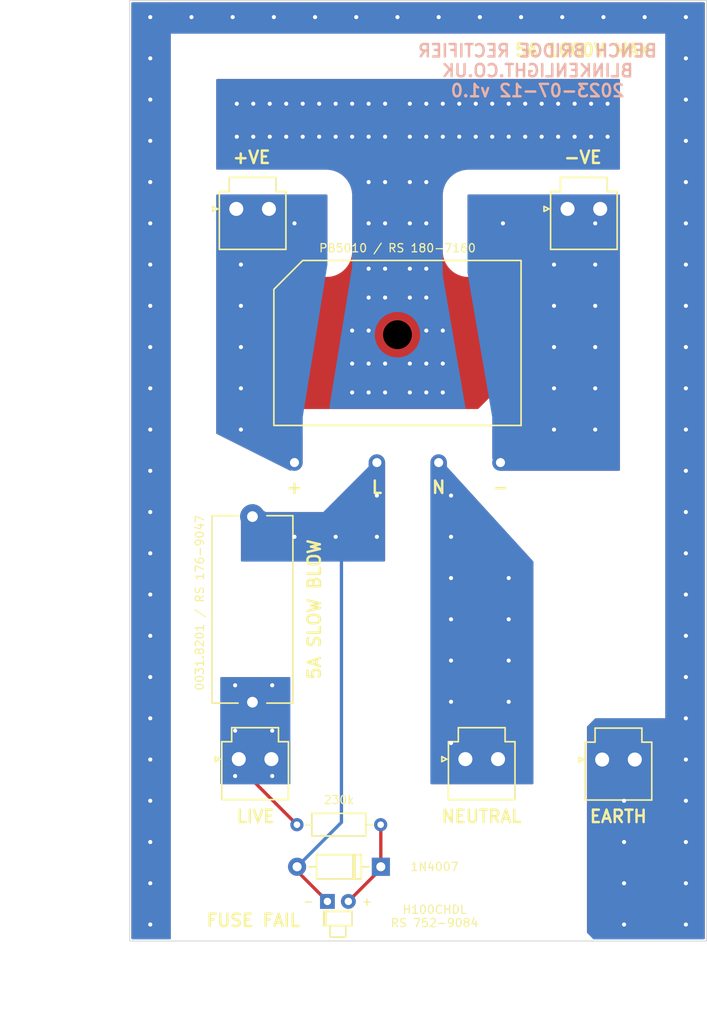
<source format=kicad_pcb>
(kicad_pcb (version 20211014) (generator pcbnew)
  (layers (0 "F.Cu" signal) (31 "B.Cu" signal) (34 "B.Paste" user) (35 "F.Paste" user) (36 "B.SilkS" user "B.Silkscreen") (37 "F.SilkS" user "F.Silkscreen") (38 "B.Mask" user) (39 "F.Mask" user) (44 "Edge.Cuts" user))
  (net 0 "")
  (net 1 "Net-(D1-Pad1)")
  (net 2 "Net-(D1-Pad2)")
  (net 3 "Earth")
  (net 4 "/DC+VE")
  (net 5 "/NEUTRAL")
  (net 6 "/DC-VE")
  (net 7 "/LIVE")
  (net 8 "/HEATSINK")
  (footprint "LED_THT:LED_D1.8mm_W1.8mm_H2.4mm_Horizontal_O1.27mm_Z1.6mm" (layer "F.Cu") (at 156 123.2)
    (fp_text reference "D2" hide)
    (fp_text value "H100CHDLRS 752-9084" hide)
    (fp_line (start 2.54 1.21) (end 2.54 1.08) (layer "F.SilkS") (width 0.2))
    (fp_line (start -0.32 1.21) (end -0.32 2.93) (layer "F.SilkS") (width 0.2))
    (fp_line (start 0 1.21) (end 0 1.21) (layer "F.SilkS") (width 0.2))
    (fp_line (start 2.54 1.08) (end 2.54 1.21) (layer "F.SilkS") (width 0.2))
    (fp_line (start 0.31 4.33) (end 2.23 4.33) (layer "F.SilkS") (width 0.2))
    (fp_line (start 2.98 1.21) (end -0.44 1.21) (layer "F.SilkS") (width 0.2))
    (fp_line (start 2.98 2.93) (end 2.98 1.21) (layer "F.SilkS") (width 0.2))
    (fp_line (start 2.23 2.93) (end 0.31 2.93) (layer "F.SilkS") (width 0.2))
    (fp_line (start 0 1.21) (end 0 1.08) (layer "F.SilkS") (width 0.2))
    (fp_line (start 0.31 2.93) (end 0.31 4.33) (layer "F.SilkS") (width 0.2))
    (fp_line (start 2.54 1.08) (end 2.54 1.08) (layer "F.SilkS") (width 0.2))
    (fp_line (start 2.54 1.21) (end 2.54 1.21) (layer "F.SilkS") (width 0.2))
    (fp_line (start -0.44 1.21) (end -0.44 2.93) (layer "F.SilkS") (width 0.2))
    (fp_line (start -0.44 2.93) (end 2.98 2.93) (layer "F.SilkS") (width 0.2))
    (fp_line (start 0 1.08) (end 0 1.08) (layer "F.SilkS") (width 0.2))
    (fp_line (start -0.2 1.21) (end -0.2 2.93) (layer "F.SilkS") (width 0.2))
    (fp_line (start 2.23 4.33) (end 2.23 2.93) (layer "F.SilkS") (width 0.2))
    (fp_line (start 0 1.08) (end 0 1.21) (layer "F.SilkS") (width 0.2))
    (pad "1" thru_hole rect (at 0 0) (size 1.8 1.8) (drill 0.9) (layers *.Cu *.Mask) (net 2 "Net-(D1-Pad2)"))
    (pad "2" thru_hole circle (at 2.54 0) (size 1.8 1.8) (drill 0.9) (layers *.Cu *.Mask) (net 1 "Net-(D1-Pad1)"))
  )
  (footprint "misc:Vishay_Diode_Bridge_Rectifier_PB" (layer "F.Cu") (at 152 70)
    (fp_text reference "D3" hide)
    (fp_text value "PB5010 / RS 180-7160" (at 12.5 -26 unlocked) (layer "F.SilkS"))
    (fp_poly (pts (xy 27.5 -4.5) (xy -2.5 -4.5) (xy -2.5 -21) (xy 1 -24.5) (xy 27.5 -24.5)) (layer "F.SilkS") (width 0.2) (fill none))
    (pad "" np_thru_hole circle (at 12.5 -15.5) (size 3.5 3.5) (drill 3.5) (layers *.Mask))
    (pad "1" thru_hole circle (at 0 0) (size 2 2) (drill 1.1) (layers *.Cu *.Mask) (net 4 "/DC+VE"))
    (pad "2" thru_hole circle (at 10 0) (size 2 2) (drill 1.1) (layers *.Cu *.Mask) (net 2 "Net-(D1-Pad2)"))
    (pad "3" thru_hole circle (at 17.5 0) (size 2 2) (drill 1.1) (layers *.Cu *.Mask) (net 5 "/NEUTRAL"))
    (pad "4" thru_hole circle (at 25 0) (size 2 2) (drill 1.1) (layers *.Cu *.Mask) (net 6 "/DC-VE"))
    (pad "5" smd roundrect (at 12.5 -14.5) (size 26 16) (layers "F.Cu" "F.Paste" "F.Mask") (roundrect_rratio 0) (chamfer_ratio 0.2) (chamfer top_left top_right bottom_right) (net 8 "/HEATSINK"))
  )
  (footprint "Resistor_THT:R_Axial_DIN0207_L6.3mm_D2.5mm_P10.16mm_Horizontal" (layer "F.Cu") (at 152.3 113.9)
    (fp_text reference "R1" hide)
    (fp_text value "230k" (at 5.08 -3 180) (layer "F.SilkS"))
    (fp_line (start 9.12 0) (end 8.35 0) (layer "F.SilkS") (width 0.2))
    (fp_line (start 1.81 -1.37) (end 1.81 1.37) (layer "F.SilkS") (width 0.2))
    (fp_line (start 8.35 -1.37) (end 1.81 -1.37) (layer "F.SilkS") (width 0.2))
    (fp_line (start 1.04 0) (end 1.81 0) (layer "F.SilkS") (width 0.2))
    (fp_line (start 1.81 1.37) (end 8.35 1.37) (layer "F.SilkS") (width 0.2))
    (fp_line (start 8.35 1.37) (end 8.35 -1.37) (layer "F.SilkS") (width 0.2))
    (pad "1" thru_hole circle (at 0 0) (size 1.6 1.6) (drill 0.8) (layers *.Cu *.Mask) (net 7 "/LIVE"))
    (pad "2" thru_hole oval (at 10.16 0) (size 1.6 1.6) (drill 0.8) (layers *.Cu *.Mask) (net 1 "Net-(D1-Pad1)"))
  )
  (footprint "Connector_JST:JST_VH_B2P-VH_1x02_P3.96mm_Vertical" (layer "F.Cu") (at 185.1425 39.25)
    (fp_text reference "J3" hide)
    (fp_text value "-VE" hide)
    (fp_line (start 4.82 -2.11) (end 6.02 -2.11) (layer "F.SilkS") (width 0.2))
    (fp_line (start -2.06 -2.11) (end -0.86 -2.11) (layer "F.SilkS") (width 0.2))
    (fp_line (start -2.86 0.3) (end -2.86 -0.3) (layer "F.SilkS") (width 0.2))
    (fp_line (start -0.86 -3.81) (end 4.82 -3.81) (layer "F.SilkS") (width 0.2))
    (fp_line (start 4.82 -3.81) (end 4.82 -2.11) (layer "F.SilkS") (width 0.2))
    (fp_line (start -0.86 -2.11) (end -0.86 -3.81) (layer "F.SilkS") (width 0.2))
    (fp_line (start -2.86 -0.3) (end -2.26 0) (layer "F.SilkS") (width 0.2))
    (fp_line (start -2.26 0) (end -2.86 0.3) (layer "F.SilkS") (width 0.2))
    (fp_line (start -2.06 4.91) (end -2.06 -2.11) (layer "F.SilkS") (width 0.2))
    (fp_line (start 6.02 4.91) (end -2.06 4.91) (layer "F.SilkS") (width 0.2))
    (fp_line (start 6.02 -2.11) (end 6.02 4.91) (layer "F.SilkS") (width 0.2))
    (pad "1" thru_hole roundrect (at 0 0) (size 2.7 2.7) (drill 1.7) (layers *.Cu *.Mask) (roundrect_rratio 0.09259296296) (net 6 "/DC-VE"))
    (pad "2" thru_hole circle (at 3.96 0) (size 2.7 2.7) (drill 1.7) (layers *.Cu *.Mask) (net 6 "/DC-VE"))
  )
  (footprint "Fuse:Fuseholder_Cylinder-5x20mm_Schurter_0031_8201_Horizontal_Open" (layer "F.Cu") (at 146.9 99.05 90)
    (fp_text reference "F1" hide)
    (fp_text value "5A SLOW BLOW" (at 11.25 7.5 90) (layer "F.SilkS") (effects (font (size 1.5 1.5) (thickness 0.3))))
    (fp_line (start -0.11 4.91) (end 22.61 4.91) (layer "F.SilkS") (width 0.2))
    (fp_line (start 22.61 4.91) (end 22.61 1.75) (layer "F.SilkS") (width 0.2))
    (fp_line (start -0.11 -4.91) (end 22.61 -4.91) (layer "F.SilkS") (width 0.2))
    (fp_line (start 22.61 -1.75) (end 22.61 -4.91) (layer "F.SilkS") (width 0.2))
    (fp_line (start -0.11 4.91) (end -0.11 1.75) (layer "F.SilkS") (width 0.2))
    (fp_line (start -0.11 -1.75) (end -0.11 -4.91) (layer "F.SilkS") (width 0.2))
    (pad "" np_thru_hole circle (at 11.25 0 90) (size 2.7 2.7) (drill 2.7) (layers *.Cu *.Mask))
    (pad "1" thru_hole circle (at 0 0 90) (size 3 3) (drill 1.3) (layers *.Cu *.Mask) (net 7 "/LIVE"))
    (pad "2" thru_hole circle (at 22.5 0 90) (size 3 3) (drill 1.3) (layers *.Cu *.Mask) (net 2 "Net-(D1-Pad2)"))
  )
  (footprint "Connector_JST:JST_VH_B2P-VH_1x02_P3.96mm_Vertical" (layer "F.Cu") (at 145.2425 105.95)
    (fp_text reference "J1" hide)
    (fp_text value "LIVE" hide)
    (fp_line (start -2.06 4.91) (end -2.06 -2.11) (layer "F.SilkS") (width 0.2))
    (fp_line (start -2.86 -0.3) (end -2.26 0) (layer "F.SilkS") (width 0.2))
    (fp_line (start -2.06 -2.11) (end -0.86 -2.11) (layer "F.SilkS") (width 0.2))
    (fp_line (start 4.82 -2.11) (end 6.02 -2.11) (layer "F.SilkS") (width 0.2))
    (fp_line (start 4.82 -3.81) (end 4.82 -2.11) (layer "F.SilkS") (width 0.2))
    (fp_line (start -2.26 0) (end -2.86 0.3) (layer "F.SilkS") (width 0.2))
    (fp_line (start -0.86 -3.81) (end 4.82 -3.81) (layer "F.SilkS") (width 0.2))
    (fp_line (start -2.86 0.3) (end -2.86 -0.3) (layer "F.SilkS") (width 0.2))
    (fp_line (start -0.86 -2.11) (end -0.86 -3.81) (layer "F.SilkS") (width 0.2))
    (fp_line (start 6.02 4.91) (end -2.06 4.91) (layer "F.SilkS") (width 0.2))
    (fp_line (start 6.02 -2.11) (end 6.02 4.91) (layer "F.SilkS") (width 0.2))
    (pad "1" thru_hole roundrect (at 0 0) (size 2.7 2.7) (drill 1.7) (layers *.Cu *.Mask) (roundrect_rratio 0.09259296296) (net 7 "/LIVE"))
    (pad "2" thru_hole circle (at 3.96 0) (size 2.7 2.7) (drill 1.7) (layers *.Cu *.Mask) (net 7 "/LIVE"))
  )
  (footprint "Connector_JST:JST_VH_B2P-VH_1x02_P3.96mm_Vertical" (layer "F.Cu") (at 172.7425 105.95)
    (fp_text reference "J4" hide)
    (fp_text value "EARTH" hide)
    (fp_line (start 6.02 -2.11) (end 6.02 4.91) (layer "F.SilkS") (width 0.2))
    (fp_line (start -2.86 -0.3) (end -2.26 0) (layer "F.SilkS") (width 0.2))
    (fp_line (start -0.86 -2.11) (end -0.86 -3.81) (layer "F.SilkS") (width 0.2))
    (fp_line (start -2.26 0) (end -2.86 0.3) (layer "F.SilkS") (width 0.2))
    (fp_line (start 4.82 -3.81) (end 4.82 -2.11) (layer "F.SilkS") (width 0.2))
    (fp_line (start -0.86 -3.81) (end 4.82 -3.81) (layer "F.SilkS") (width 0.2))
    (fp_line (start 4.82 -2.11) (end 6.02 -2.11) (layer "F.SilkS") (width 0.2))
    (fp_line (start -2.06 -2.11) (end -0.86 -2.11) (layer "F.SilkS") (width 0.2))
    (fp_line (start -2.06 4.91) (end -2.06 -2.11) (layer "F.SilkS") (width 0.2))
    (fp_line (start 6.02 4.91) (end -2.06 4.91) (layer "F.SilkS") (width 0.2))
    (fp_line (start -2.86 0.3) (end -2.86 -0.3) (layer "F.SilkS") (width 0.2))
    (pad "1" thru_hole roundrect (at 0 0) (size 2.7 2.7) (drill 1.7) (layers *.Cu *.Mask) (roundrect_rratio 0.09259296296) (net 5 "/NEUTRAL"))
    (pad "2" thru_hole circle (at 3.96 0) (size 2.7 2.7) (drill 1.7) (layers *.Cu *.Mask) (net 5 "/NEUTRAL"))
  )
  (footprint "Connector_JST:JST_VH_B2P-VH_1x02_P3.96mm_Vertical" (layer "F.Cu") (at 189.3425 106)
    (fp_text reference "J5" hide)
    (fp_text value "EARTH" hide)
    (fp_line (start 6.02 4.91) (end -2.06 4.91) (layer "F.SilkS") (width 0.2))
    (fp_line (start 4.82 -2.11) (end 6.02 -2.11) (layer "F.SilkS") (width 0.2))
    (fp_line (start -2.86 0.3) (end -2.86 -0.3) (layer "F.SilkS") (width 0.2))
    (fp_line (start -2.06 4.91) (end -2.06 -2.11) (layer "F.SilkS") (width 0.2))
    (fp_line (start 6.02 -2.11) (end 6.02 4.91) (layer "F.SilkS") (width 0.2))
    (fp_line (start -2.86 -0.3) (end -2.26 0) (layer "F.SilkS") (width 0.2))
    (fp_line (start -0.86 -2.11) (end -0.86 -3.81) (layer "F.SilkS") (width 0.2))
    (fp_line (start -2.06 -2.11) (end -0.86 -2.11) (layer "F.SilkS") (width 0.2))
    (fp_line (start 4.82 -3.81) (end 4.82 -2.11) (layer "F.SilkS") (width 0.2))
    (fp_line (start -2.26 0) (end -2.86 0.3) (layer "F.SilkS") (width 0.2))
    (fp_line (start -0.86 -3.81) (end 4.82 -3.81) (layer "F.SilkS") (width 0.2))
    (pad "1" thru_hole roundrect (at 0 0) (size 2.7 2.7) (drill 1.7) (layers *.Cu *.Mask) (roundrect_rratio 0.09259296296) (net 3 "Earth"))
    (pad "2" thru_hole circle (at 3.96 0) (size 2.7 2.7) (drill 1.7) (layers *.Cu *.Mask) (net 3 "Earth"))
  )
  (footprint "Diode_THT:D_DO-41_SOD81_P10.16mm_Horizontal" (layer "F.Cu") (at 162.48 119 180)
    (fp_text reference "D1" hide)
    (fp_text value "1N4007" (at -6.52 0) (layer "F.SilkS"))
    (fp_line (start 8.82 0) (end 7.8 0) (layer "F.SilkS") (width 0.2))
    (fp_line (start 2.36 -1.47) (end 2.36 1.47) (layer "F.SilkS") (width 0.2))
    (fp_line (start 3.26 -1.47) (end 3.26 1.47) (layer "F.SilkS") (width 0.2))
    (fp_line (start 3.38 -1.47) (end 3.38 1.47) (layer "F.SilkS") (width 0.2))
    (fp_line (start 2.36 1.47) (end 7.8 1.47) (layer "F.SilkS") (width 0.2))
    (fp_line (start 7.8 1.47) (end 7.8 -1.47) (layer "F.SilkS") (width 0.2))
    (fp_line (start 7.8 -1.47) (end 2.36 -1.47) (layer "F.SilkS") (width 0.2))
    (fp_line (start 1.34 0) (end 2.36 0) (layer "F.SilkS") (width 0.2))
    (fp_line (start 3.14 -1.47) (end 3.14 1.47) (layer "F.SilkS") (width 0.2))
    (pad "1" thru_hole rect (at 0 0 180) (size 2.2 2.2) (drill 1.1) (layers *.Cu *.Mask) (net 1 "Net-(D1-Pad1)"))
    (pad "2" thru_hole oval (at 10.16 0 180) (size 2.2 2.2) (drill 1.1) (layers *.Cu *.Mask) (net 2 "Net-(D1-Pad2)"))
  )
  (footprint "Connector_JST:JST_VH_B2P-VH_1x02_P3.96mm_Vertical" (layer "F.Cu") (at 144.9425 39.25)
    (fp_text reference "J2" hide)
    (fp_text value "+VE" hide)
    (fp_line (start -0.86 -2.11) (end -0.86 -3.81) (layer "F.SilkS") (width 0.2))
    (fp_line (start -2.06 -2.11) (end -0.86 -2.11) (layer "F.SilkS") (width 0.2))
    (fp_line (start -0.86 -3.81) (end 4.82 -3.81) (layer "F.SilkS") (width 0.2))
    (fp_line (start -2.86 -0.3) (end -2.26 0) (layer "F.SilkS") (width 0.2))
    (fp_line (start 6.02 4.91) (end -2.06 4.91) (layer "F.SilkS") (width 0.2))
    (fp_line (start 4.82 -2.11) (end 6.02 -2.11) (layer "F.SilkS") (width 0.2))
    (fp_line (start -2.86 0.3) (end -2.86 -0.3) (layer "F.SilkS") (width 0.2))
    (fp_line (start 4.82 -3.81) (end 4.82 -2.11) (layer "F.SilkS") (width 0.2))
    (fp_line (start 6.02 -2.11) (end 6.02 4.91) (layer "F.SilkS") (width 0.2))
    (fp_line (start -2.06 4.91) (end -2.06 -2.11) (layer "F.SilkS") (width 0.2))
    (fp_line (start -2.26 0) (end -2.86 0.3) (layer "F.SilkS") (width 0.2))
    (pad "1" thru_hole roundrect (at 0 0) (size 2.7 2.7) (drill 1.7) (layers *.Cu *.Mask) (roundrect_rratio 0.09259296296) (net 4 "/DC+VE"))
    (pad "2" thru_hole circle (at 3.96 0) (size 2.7 2.7) (drill 1.7) (layers *.Cu *.Mask) (net 4 "/DC+VE"))
  )
  (gr_rect (start 132 14) (end 202 128) (layer "Edge.Cuts") (width 0.1) (fill none))
  (gr_text "BENCH BRIDGE RECTIFIER\nBLINKENLIGHT.CO.UK\n2023-07-12 v1.0" (at 181.5 22.5) (layer "B.SilkS") (effects (font (size 1.5 1.5) (thickness 0.3)) (justify mirror)))
  (gr_text "L" (at 162 73) (layer "F.SilkS") (effects (font (size 1.5 1.5) (thickness 0.3))))
  (gr_text "+" (at 152 73) (layer "F.SilkS") (effects (font (size 1.5 1.5) (thickness 0.3))))
  (gr_text "-" (at 177 73) (layer "F.SilkS") (effects (font (size 1.5 1.5) (thickness 0.3))))
  (gr_text "H100CHDL\nRS 752-9084" (at 169 125) (layer "F.SilkS") (effects (font (size 1 1))))
  (gr_text "-VE" (at 187 33) (layer "F.SilkS") (effects (font (size 1.5 1.5) (thickness 0.3))))
  (gr_text "EARTH" (at 191.3 112.9) (layer "F.SilkS") (effects (font (size 1.5 1.5) (thickness 0.3))))
  (gr_text "FUSE FAIL" (at 147 125.5) (layer "F.SilkS") (effects (font (size 1.5 1.5) (thickness 0.3))))
  (gr_text "-" (at 153.7 123.2) (layer "F.SilkS") (effects (font (size 1 1))))
  (gr_text "N" (at 169.5 73) (layer "F.SilkS") (effects (font (size 1.5 1.5) (thickness 0.3))))
  (gr_text "5A 1000V MAX" (at 187 20) (layer "F.SilkS") (effects (font (size 1.5 1.5) (thickness 0.3))))
  (gr_text "0031.8201 / RS 176-9047" (at 140.5 87 90) (layer "F.SilkS") (effects (font (size 1 1))))
  (gr_text "+VE" (at 146.8 33) (layer "F.SilkS") (effects (font (size 1.5 1.5) (thickness 0.3))))
  (gr_text "LIVE" (at 147.3 112.9) (layer "F.SilkS") (effects (font (size 1.5 1.5) (thickness 0.3))))
  (gr_text "NEUTRAL\n" (at 174.7 112.9) (layer "F.SilkS") (effects (font (size 1.5 1.5) (thickness 0.3))))
  (gr_text "+" (at 160.8 123.2) (layer "F.SilkS") (effects (font (size 1 1))))
  (segment (start 162.48 119.26) (end 162.48 119) (width 0.4) (layer "F.Cu") (net 1))
  (segment (start 162.48 113.92) (end 162.46 113.9) (width 0.4) (layer "F.Cu") (net 1))
  (segment (start 162.48 119) (end 162.48 113.92) (width 0.4) (layer "F.Cu") (net 1))
  (segment (start 158.54 123.2) (end 162.48 119.26) (width 0.4) (layer "F.Cu") (net 1))
  (segment (start 155.955 123.08) (end 156 123.125) (width 0.4) (layer "F.Cu") (net 2))
  (segment (start 152.32 119.52) (end 152.32 119) (width 0.4) (layer "F.Cu") (net 2))
  (segment (start 156 123.2) (end 152.32 119.52) (width 0.4) (layer "F.Cu") (net 2))
  (via (at 162 79) (size 0.8) (drill 0.5) (layers "F.Cu" "B.Cu") (net 2))
  (via (at 162 74) (size 0.8) (drill 0.5) (layers "F.Cu" "B.Cu") (net 2))
  (via (at 152 79) (size 0.8) (drill 0.5) (layers "F.Cu" "B.Cu") (net 2))
  (via (at 157 79) (size 0.8) (drill 0.5) (layers "F.Cu" "B.Cu") (net 2))
  (segment (start 157.7 113.62) (end 157.7 83.5) (width 0.4) (layer "B.Cu") (net 2))
  (segment (start 157.7 83.5) (end 157.7 81) (width 0.4) (layer "B.Cu") (net 2))
  (segment (start 152.32 119) (end 157.7 113.62) (width 0.4) (layer "B.Cu") (net 2))
  (via (at 194.5 16) (size 0.8) (drill 0.5) (layers "F.Cu" "B.Cu") (net 3))
  (via (at 134.5 21) (size 0.8) (drill 0.5) (layers "F.Cu" "B.Cu") (net 3))
  (via (at 169.5 16) (size 0.8) (drill 0.5) (layers "F.Cu" "B.Cu") (net 3))
  (via (at 134.5 61) (size 0.8) (drill 0.5) (layers "F.Cu" "B.Cu") (net 3))
  (via (at 159.5 16) (size 0.8) (drill 0.5) (layers "F.Cu" "B.Cu") (net 3))
  (via (at 199.5 66) (size 0.8) (drill 0.5) (layers "F.Cu" "B.Cu") (net 3))
  (via (at 199.5 111) (size 0.8) (drill 0.5) (layers "F.Cu" "B.Cu") (net 3))
  (via (at 199.5 31) (size 0.8) (drill 0.5) (layers "F.Cu" "B.Cu") (net 3))
  (via (at 199.5 96) (size 0.8) (drill 0.5) (layers "F.Cu" "B.Cu") (net 3))
  (via (at 134.5 101) (size 0.8) (drill 0.5) (layers "F.Cu" "B.Cu") (net 3))
  (via (at 199.5 16) (size 0.8) (drill 0.5) (layers "F.Cu" "B.Cu") (net 3))
  (via (at 192 111) (size 0.8) (drill 0.5) (layers "F.Cu" "B.Cu") (net 3))
  (via (at 179.5 16) (size 0.8) (drill 0.5) (layers "F.Cu" "B.Cu") (net 3))
  (via (at 134.5 76) (size 0.8) (drill 0.5) (layers "F.Cu" "B.Cu") (net 3))
  (via (at 192 116) (size 0.8) (drill 0.5) (layers "F.Cu" "B.Cu") (net 3))
  (via (at 199.5 116) (size 0.8) (drill 0.5) (layers "F.Cu" "B.Cu") (net 3))
  (via (at 134.5 36) (size 0.8) (drill 0.5) (layers "F.Cu" "B.Cu") (net 3))
  (via (at 199.5 51) (size 0.8) (drill 0.5) (layers "F.Cu" "B.Cu") (net 3))
  (via (at 134.5 26) (size 0.8) (drill 0.5) (layers "F.Cu" "B.Cu") (net 3))
  (via (at 192 121) (size 0.8) (drill 0.5) (layers "F.Cu" "B.Cu") (net 3))
  (via (at 154.5 16) (size 0.8) (drill 0.5) (layers "F.Cu" "B.Cu") (net 3))
  (via (at 199.5 71) (size 0.8) (drill 0.5) (layers "F.Cu" "B.Cu") (net 3))
  (via (at 199.5 36) (size 0.8) (drill 0.5) (layers "F.Cu" "B.Cu") (net 3))
  (via (at 139.5 16) (size 0.8) (drill 0.5) (layers "F.Cu" "B.Cu") (net 3))
  (via (at 199.5 106) (size 0.8) (drill 0.5) (layers "F.Cu" "B.Cu") (net 3))
  (via (at 134.5 66) (size 0.8) (drill 0.5) (layers "F.Cu" "B.Cu") (net 3))
  (via (at 189.5 16) (size 0.8) (drill 0.5) (layers "F.Cu" "B.Cu") (net 3))
  (via (at 134.5 126) (size 0.8) (drill 0.5) (layers "F.Cu" "B.Cu") (net 3))
  (via (at 134.5 91) (size 0.8) (drill 0.5) (layers "F.Cu" "B.Cu") (net 3))
  (via (at 134.5 16) (size 0.8) (drill 0.5) (layers "F.Cu" "B.Cu") (net 3))
  (via (at 199.5 121) (size 0.8) (drill 0.5) (layers "F.Cu" "B.Cu") (net 3))
  (via (at 134.5 31) (size 0.8) (drill 0.5) (layers "F.Cu" "B.Cu") (net 3))
  (via (at 199.5 46) (size 0.8) (drill 0.5) (layers "F.Cu" "B.Cu") (net 3))
  (via (at 164.5 16) (size 0.8) (drill 0.5) (layers "F.Cu" "B.Cu") (net 3))
  (via (at 134.5 116) (size 0.8) (drill 0.5) (layers "F.Cu" "B.Cu") (net 3))
  (via (at 134.5 96) (size 0.8) (drill 0.5) (layers "F.Cu" "B.Cu") (net 3))
  (via (at 199.5 61) (size 0.8) (drill 0.5) (layers "F.Cu" "B.Cu") (net 3))
  (via (at 134.5 81) (size 0.8) (drill 0.5) (layers "F.Cu" "B.Cu") (net 3))
  (via (at 199.5 26) (size 0.8) (drill 0.5) (layers "F.Cu" "B.Cu") (net 3))
  (via (at 199.5 21) (size 0.8) (drill 0.5) (layers "F.Cu" "B.Cu") (net 3))
  (via (at 149.5 16) (size 0.8) (drill 0.5) (layers "F.Cu" "B.Cu") (net 3))
  (via (at 192 126) (size 0.8) (drill 0.5) (layers "F.Cu" "B.Cu") (net 3))
  (via (at 174.5 16) (size 0.8) (drill 0.5) (layers "F.Cu" "B.Cu") (net 3))
  (via (at 199.5 56) (size 0.8) (drill 0.5) (layers "F.Cu" "B.Cu") (net 3))
  (via (at 134.5 46) (size 0.8) (drill 0.5) (layers "F.Cu" "B.Cu") (net 3))
  (via (at 199.5 86) (size 0.8) (drill 0.5) (layers "F.Cu" "B.Cu") (net 3))
  (via (at 134.5 121) (size 0.8) (drill 0.5) (layers "F.Cu" "B.Cu") (net 3))
  (via (at 199.5 126) (size 0.8) (drill 0.5) (layers "F.Cu" "B.Cu") (net 3))
  (via (at 199.5 41) (size 0.8) (drill 0.5) (layers "F.Cu" "B.Cu") (net 3))
  (via (at 199.5 101) (size 0.8) (drill 0.5) (layers "F.Cu" "B.Cu") (net 3))
  (via (at 134.5 106) (size 0.8) (drill 0.5) (layers "F.Cu" "B.Cu") (net 3))
  (via (at 184.5 16) (size 0.8) (drill 0.5) (layers "F.Cu" "B.Cu") (net 3))
  (via (at 134.5 111) (size 0.8) (drill 0.5) (layers "F.Cu" "B.Cu") (net 3))
  (via (at 134.5 86) (size 0.8) (drill 0.5) (layers "F.Cu" "B.Cu") (net 3))
  (via (at 134.5 51) (size 0.8) (drill 0.5) (layers "F.Cu" "B.Cu") (net 3))
  (via (at 134.5 71) (size 0.8) (drill 0.5) (layers "F.Cu" "B.Cu") (net 3))
  (via (at 199.5 76) (size 0.8) (drill 0.5) (layers "F.Cu" "B.Cu") (net 3))
  (via (at 144.5 16) (size 0.8) (drill 0.5) (layers "F.Cu" "B.Cu") (net 3))
  (via (at 199.5 91) (size 0.8) (drill 0.5) (layers "F.Cu" "B.Cu") (net 3))
  (via (at 134.5 56) (size 0.8) (drill 0.5) (layers "F.Cu" "B.Cu") (net 3))
  (via (at 199.5 81) (size 0.8) (drill 0.5) (layers "F.Cu" "B.Cu") (net 3))
  (via (at 134.5 41) (size 0.8) (drill 0.5) (layers "F.Cu" "B.Cu") (net 3))
  (via (at 145.5 66) (size 0.8) (drill 0.5) (layers "F.Cu" "B.Cu") (net 4))
  (via (at 145.5 46) (size 0.8) (drill 0.5) (layers "F.Cu" "B.Cu") (net 4))
  (via (at 152 41) (size 0.8) (drill 0.5) (layers "F.Cu" "B.Cu") (net 4))
  (via (at 145.5 61) (size 0.8) (drill 0.5) (layers "F.Cu" "B.Cu") (net 4))
  (via (at 145.5 51) (size 0.8) (drill 0.5) (layers "F.Cu" "B.Cu") (net 4))
  (via (at 145.5 56) (size 0.8) (drill 0.5) (layers "F.Cu" "B.Cu") (net 4))
  (via (at 178 89) (size 0.8) (drill 0.5) (layers "F.Cu" "B.Cu") (net 5))
  (via (at 171 79) (size 0.8) (drill 0.5) (layers "F.Cu" "B.Cu") (net 5))
  (via (at 178 94) (size 0.8) (drill 0.5) (layers "F.Cu" "B.Cu") (net 5))
  (via (at 171 99) (size 0.8) (drill 0.5) (layers "F.Cu" "B.Cu") (net 5))
  (via (at 171 104) (size 0.8) (drill 0.5) (layers "F.Cu" "B.Cu") (net 5))
  (via (at 171 74) (size 0.8) (drill 0.5) (layers "F.Cu" "B.Cu") (net 5))
  (via (at 171 84) (size 0.8) (drill 0.5) (layers "F.Cu" "B.Cu") (net 5))
  (via (at 178 84) (size 0.8) (drill 0.5) (layers "F.Cu" "B.Cu") (net 5))
  (via (at 171 94) (size 0.8) (drill 0.5) (layers "F.Cu" "B.Cu") (net 5))
  (via (at 171 89) (size 0.8) (drill 0.5) (layers "F.Cu" "B.Cu") (net 5))
  (via (at 178 99) (size 0.8) (drill 0.5) (layers "F.Cu" "B.Cu") (net 5))
  (via (at 183.5 61) (size 0.8) (drill 0.5) (layers "F.Cu" "B.Cu") (net 6))
  (via (at 183.5 66) (size 0.8) (drill 0.5) (layers "F.Cu" "B.Cu") (net 6))
  (via (at 188.5 51) (size 0.8) (drill 0.5) (layers "F.Cu" "B.Cu") (net 6))
  (via (at 188.5 41) (size 0.8) (drill 0.5) (layers "F.Cu" "B.Cu") (net 6))
  (via (at 188.5 66) (size 0.8) (drill 0.5) (layers "F.Cu" "B.Cu") (net 6))
  (via (at 188.5 61) (size 0.8) (drill 0.5) (layers "F.Cu" "B.Cu") (net 6))
  (via (at 188.5 56) (size 0.8) (drill 0.5) (layers "F.Cu" "B.Cu") (net 6))
  (via (at 183.5 46) (size 0.8) (drill 0.5) (layers "F.Cu" "B.Cu") (net 6))
  (via (at 188.5 46) (size 0.8) (drill 0.5) (layers "F.Cu" "B.Cu") (net 6))
  (via (at 183.5 56) (size 0.8) (drill 0.5) (layers "F.Cu" "B.Cu") (net 6))
  (via (at 183.5 51) (size 0.8) (drill 0.5) (layers "F.Cu" "B.Cu") (net 6))
  (via (at 177.3 41) (size 0.8) (drill 0.5) (layers "F.Cu" "B.Cu") (net 6))
  (segment (start 147 108.6) (end 147 108.4) (width 0.4) (layer "F.Cu") (net 7))
  (segment (start 147 108.4) (end 147.1 108.3) (width 0.4) (layer "F.Cu") (net 7))
  (segment (start 152.3 113.9) (end 147 108.6) (width 0.4) (layer "F.Cu") (net 7))
  (via (at 144.8 97) (size 0.8) (drill 0.5) (layers "F.Cu" "B.Cu") (net 7))
  (via (at 149.3 108) (size 0.8) (drill 0.5) (layers "F.Cu" "B.Cu") (net 7))
  (via (at 144.8 102.5) (size 0.8) (drill 0.5) (layers "F.Cu" "B.Cu") (net 7))
  (via (at 149.3 102.5) (size 0.8) (drill 0.5) (layers "F.Cu" "B.Cu") (net 7))
  (via (at 144.8 108) (size 0.8) (drill 0.5) (layers "F.Cu" "B.Cu") (net 7))
  (via (at 149.3 97) (size 0.8) (drill 0.5) (layers "F.Cu" "B.Cu") (net 7))
  (via (at 163 41) (size 0.8) (drill 0.5) (layers "F.Cu" "B.Cu") (net 8))
  (via (at 190 26.5) (size 0.8) (drill 0.5) (layers "F.Cu" "B.Cu") (net 8))
  (via (at 161 61.5) (size 0.8) (drill 0.5) (layers "F.Cu" "B.Cu") (net 8))
  (via (at 170 58) (size 0.8) (drill 0.5) (layers "F.Cu" "B.Cu") (net 8))
  (via (at 168 26.5) (size 0.8) (drill 0.5) (layers "F.Cu" "B.Cu") (net 8))
  (via (at 166 26.5) (size 0.8) (drill 0.5) (layers "F.Cu" "B.Cu") (net 8))
  (via (at 157 30.5) (size 0.8) (drill 0.5) (layers "F.Cu" "B.Cu") (net 8))
  (via (at 190 30.5) (size 0.8) (drill 0.5) (layers "F.Cu" "B.Cu") (net 8))
  (via (at 159 61.5) (size 0.8) (drill 0.5) (layers "F.Cu" "B.Cu") (net 8))
  (via (at 145 26.5) (size 0.8) (drill 0.5) (layers "F.Cu" "B.Cu") (net 8))
  (via (at 161 41) (size 0.8) (drill 0.5) (layers "F.Cu" "B.Cu") (net 8))
  (via (at 161 46.5) (size 0.8) (drill 0.5) (layers "F.Cu" "B.Cu") (net 8))
  (via (at 174 26.5) (size 0.8) (drill 0.5) (layers "F.Cu" "B.Cu") (net 8))
  (via (at 151 30.5) (size 0.8) (drill 0.5) (layers "F.Cu" "B.Cu") (net 8))
  (via (at 163 61.5) (size 0.8) (drill 0.5) (layers "F.Cu" "B.Cu") (net 8))
  (via (at 168 30.5) (size 0.8) (drill 0.5) (layers "F.Cu" "B.Cu") (net 8))
  (via (at 170 54) (size 0.8) (drill 0.5) (layers "F.Cu" "B.Cu") (net 8))
  (via (at 166 58) (size 0.8) (drill 0.5) (layers "F.Cu" "B.Cu") (net 8))
  (via (at 157 26.5) (size 0.8) (drill 0.5) (layers "F.Cu" "B.Cu") (net 8))
  (via (at 159 26.5) (size 0.8) (drill 0.5) (layers "F.Cu" "B.Cu") (net 8))
  (via (at 184 30.5) (size 0.8) (drill 0.5) (layers "F.Cu" "B.Cu") (net 8))
  (via (at 178 30.5) (size 0.8) (drill 0.5) (layers "F.Cu" "B.Cu") (net 8))
  (via (at 172 26.5) (size 0.8) (drill 0.5) (layers "F.Cu" "B.Cu") (net 8))
  (via (at 168 54) (size 0.8) (drill 0.5) (layers "F.Cu" "B.Cu") (net 8))
  (via (at 166 61.5) (size 0.8) (drill 0.5) (layers "F.Cu" "B.Cu") (net 8))
  (via (at 147 26.5) (size 0.8) (drill 0.5) (layers "F.Cu" "B.Cu") (net 8))
  (via (at 178 26.5) (size 0.8) (drill 0.5) (layers "F.Cu" "B.Cu") (net 8))
  (via (at 166 41) (size 0.8) (drill 0.5) (layers "F.Cu" "B.Cu") (net 8))
  (via (at 188 30.5) (size 0.8) (drill 0.5) (layers "F.Cu" "B.Cu") (net 8))
  (via (at 161 58) (size 0.8) (drill 0.5) (layers "F.Cu" "B.Cu") (net 8))
  (via (at 153 30.5) (size 0.8) (drill 0.5) (layers "F.Cu" "B.Cu") (net 8))
  (via (at 161 36) (size 0.8) (drill 0.5) (layers "F.Cu" "B.Cu") (net 8))
  (via (at 182 26.5) (size 0.8) (drill 0.5) (layers "F.Cu" "B.Cu") (net 8))
  (via (at 176 26.5) (size 0.8) (drill 0.5) (layers "F.Cu" "B.Cu") (net 8))
  (via (at 161 26.5) (size 0.8) (drill 0.5) (layers "F.Cu" "B.Cu") (net 8))
  (via (at 168 50) (size 0.8) (drill 0.5) (layers "F.Cu" "B.Cu") (net 8))
  (via (at 166 50) (size 0.8) (drill 0.5) (layers "F.Cu" "B.Cu") (net 8))
  (via (at 147 30.5) (size 0.8) (drill 0.5) (layers "F.Cu" "B.Cu") (net 8))
  (via (at 163 46.5) (size 0.8) (drill 0.5) (layers "F.Cu" "B.Cu") (net 8))
  (via (at 151 26.5) (size 0.8) (drill 0.5) (layers "F.Cu" "B.Cu") (net 8))
  (via (at 161 54) (size 0.8) (drill 0.5) (layers "F.Cu" "B.Cu") (net 8))
  (via (at 166 46.5) (size 0.8) (drill 0.5) (layers "F.Cu" "B.Cu") (net 8))
  (via (at 186 30.5) (size 0.8) (drill 0.5) (layers "F.Cu" "B.Cu") (net 8))
  (via (at 184 26.5) (size 0.8) (drill 0.5) (layers "F.Cu" "B.Cu") (net 8))
  (via (at 180 30.5) (size 0.8) (drill 0.5) (layers "F.Cu" "B.Cu") (net 8))
  (via (at 159 30.5) (size 0.8) (drill 0.5) (layers "F.Cu" "B.Cu") (net 8))
  (via (at 163 30.5) (size 0.8) (drill 0.5) (layers "F.Cu" "B.Cu") (net 8))
  (via (at 163 36) (size 0.8) (drill 0.5) (layers "F.Cu" "B.Cu") (net 8))
  (via (at 166 36) (size 0.8) (drill 0.5) (layers "F.Cu" "B.Cu") (net 8))
  (via (at 163 26.5) (size 0.8) (drill 0.5) (layers "F.Cu" "B.Cu") (net 8))
  (via (at 159 58) (size 0.8) (drill 0.5) (layers "F.Cu" "B.Cu") (net 8))
  (via (at 188 26.5) (size 0.8) (drill 0.5) (layers "F.Cu" "B.Cu") (net 8))
  (via (at 168 58) (size 0.8) (drill 0.5) (layers "F.Cu" "B.Cu") (net 8))
  (via (at 180 26.5) (size 0.8) (drill 0.5) (layers "F.Cu" "B.Cu") (net 8))
  (via (at 149 30.5) (size 0.8) (drill 0.5) (layers "F.Cu" "B.Cu") (net 8))
  (via (at 168 41) (size 0.8) (drill 0.5) (layers "F.Cu" "B.Cu") (net 8))
  (via (at 161 50) (size 0.8) (drill 0.5) (layers "F.Cu" "B.Cu") (net 8))
  (via (at 163 58) (size 0.8) (drill 0.5) (layers "F.Cu" "B.Cu") (net 8))
  (via (at 176 30.5) (size 0.8) (drill 0.5) (layers "F.Cu" "B.Cu") (net 8))
  (via (at 168 46.5) (size 0.8) (drill 0.5) (layers "F.Cu" "B.Cu") (net 8))
  (via (at 170 26.5) (size 0.8) (drill 0.5) (layers "F.Cu" "B.Cu") (net 8))
  (via (at 145 30.5) (size 0.8) (drill 0.5) (layers "F.Cu" "B.Cu") (net 8))
  (via (at 168 36) (size 0.8) (drill 0.5) (layers "F.Cu" "B.Cu") (net 8))
  (via (at 163 50) (size 0.8) (drill 0.5) (layers "F.Cu" "B.Cu") (net 8))
  (via (at 182 30.5) (size 0.8) (drill 0.5) (layers "F.Cu" "B.Cu") (net 8))
  (via (at 166 30.5) (size 0.8) (drill 0.5) (layers "F.Cu" "B.Cu") (net 8))
  (via (at 149 26.5) (size 0.8) (drill 0.5) (layers "F.Cu" "B.Cu") (net 8))
  (via (at 174 30.5) (size 0.8) (drill 0.5) (layers "F.Cu" "B.Cu") (net 8))
  (via (at 155 30.5) (size 0.8) (drill 0.5) (layers "F.Cu" "B.Cu") (net 8))
  (via (at 161 30.5) (size 0.8) (drill 0.5) (layers "F.Cu" "B.Cu") (net 8))
  (via (at 168 61.5) (size 0.8) (drill 0.5) (layers "F.Cu" "B.Cu") (net 8))
  (via (at 155 26.5) (size 0.8) (drill 0.5) (layers "F.Cu" "B.Cu") (net 8))
  (via (at 153 26.5) (size 0.8) (drill 0.5) (layers "F.Cu" "B.Cu") (net 8))
  (via (at 159 54) (size 0.8) (drill 0.5) (layers "F.Cu" "B.Cu") (net 8))
  (via (at 170 30.5) (size 0.8) (drill 0.5) (layers "F.Cu" "B.Cu") (net 8))
  (via (at 170 61.5) (size 0.8) (drill 0.5) (layers "F.Cu" "B.Cu") (net 8))
  (via (at 172 30.5) (size 0.8) (drill 0.5) (layers "F.Cu" "B.Cu") (net 8))
  (via (at 186 26.5) (size 0.8) (drill 0.5) (layers "F.Cu" "B.Cu") (net 8))
  (zone (net 3) (net_name "Earth") (layers F&B.Cu) (name "Earth") (priority 1) (connect_pads yes (clearance 0.2)) (min_thickness 0.254) (fill yes (thermal_gap 0.508) (thermal_bridge_width 0.508) (smoothing chamfer) (radius 1) (island_removal_mode 1) (island_area_min 0))
    (polygon (pts (xy 197 128) (xy 187.5 128) (xy 187.5 101) (xy 197 101)))
  )
  (zone (net 3) (net_name "Earth") (layers F&B.Cu) (name "Earth") (connect_pads yes (clearance 0.2)) (min_thickness 0.254) (fill yes (thermal_gap 0.508) (thermal_bridge_width 0.508) (island_removal_mode 1) (island_area_min 0))
    (polygon (pts (xy 137 128) (xy 132 128) (xy 132 14) (xy 137 14)))
  )
  (zone (net 3) (net_name "Earth") (layers F&B.Cu) (name "Earth") (connect_pads yes (clearance 0.2)) (min_thickness 0.254) (fill yes (thermal_gap 0.508) (thermal_bridge_width 0.508) (island_removal_mode 1) (island_area_min 0))
    (polygon (pts (xy 202 128) (xy 197 128) (xy 197 14) (xy 202 14)))
  )
  (zone (net 3) (net_name "Earth") (layers F&B.Cu) (name "Earth") (connect_pads yes (clearance 0.2)) (min_thickness 0.254) (fill yes (thermal_gap 0.508) (thermal_bridge_width 0.508) (island_removal_mode 1) (island_area_min 0))
    (polygon (pts (xy 197 14) (xy 197 18) (xy 137 18) (xy 137 14)))
  )
  (zone (net 2) (net_name "Net-(D1-Pad2)") (layers F&B.Cu) (name "Earth") (priority 2) (connect_pads yes (clearance 1)) (min_thickness 0.254) (fill yes (thermal_gap 0.508) (thermal_bridge_width 0.508) (island_removal_mode 1) (island_area_min 0))
    (polygon (pts (xy 163 73) (xy 163 79) (xy 163 82) (xy 145.5 82) (xy 145.5 76) (xy 147 75) (xy 148.5 76) (xy 155.5 76) (xy 161 70.5) (xy 161 70) (xy 163 70)))
  )
  (zone (net 4) (net_name "/DC+VE") (layers F&B.Cu) (name "Earth") (priority 3) (connect_pads yes (clearance 3)) (min_thickness 0.254) (fill yes (thermal_gap 0.508) (thermal_bridge_width 0.508) (island_removal_mode 1) (island_area_min 0))
    (polygon (pts (xy 153 64.5) (xy 153 70) (xy 151.5 71) (xy 142.5 66.5) (xy 142.5 37.5) (xy 156 37.5) (xy 156 46)))
  )
  (zone (net 7) (net_name "/LIVE") (layers F&B.Cu) (name "Earth") (priority 2) (connect_pads yes (clearance 2)) (min_thickness 0.254) (fill yes (thermal_gap 0.508) (thermal_bridge_width 0.508))
    (polygon (pts (xy 151.5 109) (xy 143 109) (xy 143 96) (xy 151.5 96)))
  )
  (zone (net 6) (net_name "/DC-VE") (layers F&B.Cu) (name "Earth") (priority 3) (connect_pads yes (clearance 3)) (min_thickness 0.254) (fill yes (thermal_gap 0.508) (thermal_bridge_width 0.508) (island_removal_mode 1) (island_area_min 0))
    (polygon (pts (xy 176 69.5) (xy 177 71) (xy 191.5 71) (xy 191.5 37.5) (xy 173 37.5) (xy 173 47) (xy 176 64.5)))
  )
  (zone (net 8) (net_name "/HEATSINK") (layers F&B.Cu) (name "Heatsink") (priority 1) (connect_pads yes (clearance 1)) (min_thickness 0.254) (fill yes (thermal_gap 0.508) (thermal_bridge_width 0.508) (island_removal_mode 1) (island_area_min 0))
    (polygon (pts (xy 191.5 63.5) (xy 142.5 63.5) (xy 142.5 23.5) (xy 191.5 23.5)))
  )
  (zone (net 5) (net_name "/NEUTRAL") (layers F&B.Cu) (name "Earth") (priority 1) (connect_pads yes (clearance 1)) (min_thickness 0.254) (fill yes (thermal_gap 0.508) (thermal_bridge_width 0.508) (island_removal_mode 1) (island_area_min 0))
    (polygon (pts (xy 170.5 70) (xy 170.5 70.5) (xy 181 82) (xy 181 109) (xy 168.5 109) (xy 168.5 72) (xy 168.5 70)))
  )
)
</source>
